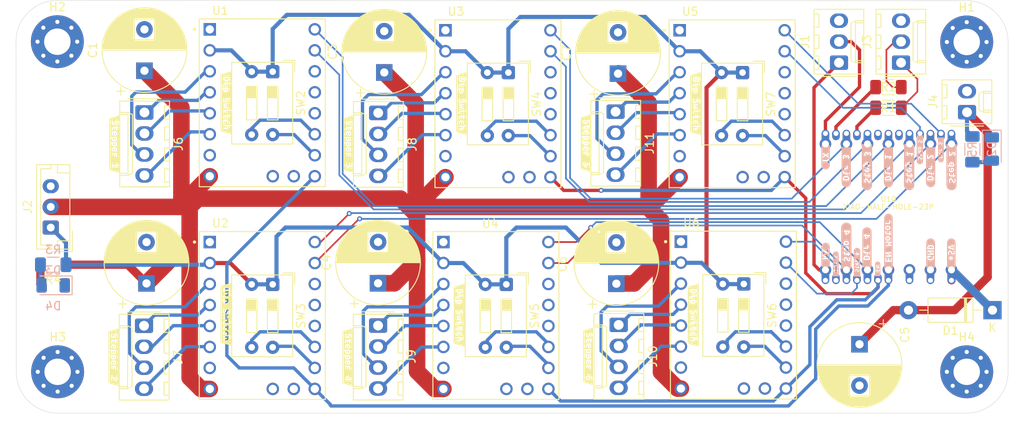
<source format=kicad_pcb>
(kicad_pcb (version 20241229) (generator "pcbnew") (generator_version "9.0")
  (layers (0 "F.Cu" signal) (2 "B.Cu" signal) (13 "F.Paste" user) (15 "B.Paste" user) (5 "F.SilkS" user "F.Silkscreen") (7 "B.SilkS" user "B.Silkscreen") (1 "F.Mask" user) (3 "B.Mask" user) (25 "Edge.Cuts" user))
  (net 0 "")
  (net 1 "+24V")
  (net 2 "GND")
  (net 3 "+5V")
  (net 4 "Net-(D1-K)")
  (net 5 "Net-(D3-A)")
  (net 6 "Net-(D4-A)")
  (net 7 "TX")
  (net 8 "RX")
  (net 9 "RX B")
  (net 10 "TX B")
  (net 11 "Net-(J6-Pin_2)")
  (net 12 "Net-(J6-Pin_4)")
  (net 13 "Net-(J6-Pin_3)")
  (net 14 "Net-(J6-Pin_1)")
  (net 15 "Net-(J7-Pin_2)")
  (net 16 "Net-(J7-Pin_4)")
  (net 17 "Net-(J7-Pin_3)")
  (net 18 "Net-(J7-Pin_1)")
  (net 19 "Net-(J8-Pin_3)")
  (net 20 "Net-(J8-Pin_2)")
  (net 21 "Net-(J8-Pin_4)")
  (net 22 "Net-(J8-Pin_1)")
  (net 23 "Net-(J9-Pin_1)")
  (net 24 "Net-(J9-Pin_4)")
  (net 25 "Net-(J9-Pin_2)")
  (net 26 "Net-(J9-Pin_3)")
  (net 27 "Net-(J10-Pin_1)")
  (net 28 "Net-(J10-Pin_3)")
  (net 29 "Net-(J10-Pin_2)")
  (net 30 "Net-(J10-Pin_4)")
  (net 31 "Net-(J11-Pin_1)")
  (net 32 "Net-(J11-Pin_2)")
  (net 33 "Net-(J11-Pin_4)")
  (net 34 "Net-(J11-Pin_3)")
  (net 35 "+3.3V")
  (net 36 "Net-(U2-MS2)")
  (net 37 "Net-(U2-MS1)")
  (net 38 "Net-(U3-MS1)")
  (net 39 "Net-(U3-MS2)")
  (net 40 "Net-(U4-MS1)")
  (net 41 "Net-(U4-MS2)")
  (net 42 "Net-(U5-MS2)")
  (net 43 "Net-(U5-MS1)")
  (net 45 "STEP 1")
  (net 46 "DIR 1")
  (net 49 "EN")
  (net 54 "STEP 3")
  (net 58 "DIR 3")
  (net 60 "DIR 2")
  (net 61 "STEP 2")
  (net 69 "DIR 4")
  (net 72 "STEP 4")
  (net 73 "DIR 6")
  (net 74 "STEP 6")
  (net 75 "STEP 5")
  (net 76 "DIR 5")
  (net 77 "Net-(U1-MS2)")
  (net 78 "Net-(U1-MS1)")
  (net 79 "Net-(U6-MS1)")
  (net 80 "Net-(U6-MS2)")
  (net 84 "EN M")
  (net 92 "Net-(U10-GPIO42_PDM_CLK{slash}TX1)")
  (net 94 "Net-(U10-GPIO10_XMCLK{slash}ADC_BAT)")
  (net 96 "Net-(D2-A)")
  (footprint "Capacitor_THT:CP_Radial_D10.0mm_P5.00mm" (layer "F.Cu") (at 97.8 133.867678 90)
    (property "Reference" "C7")
    (property "Value" "100µF")
  )
  (footprint "Resistor_SMD:R_1206_3216Metric_Pad1.30x1.75mm_HandSolder" (layer "F.Cu") (at 29.5 157 180)
    (property "Reference" "R4")
    (property "Value" "1k")
  )
  (footprint "Button_Switch_THT:SW_DIP_SPSTx02_Slide_9.78x7.26mm_W7.62mm_P2.54mm" (layer "F.Cu") (at 84.54 133.74 -90)
    (property "Reference" "SW4")
    (property "Value" "SW_DIP_x02")
  )
  (footprint "MountingHole:MountingHole_3.2mm_M3_Pad_Via" (layer "F.Cu") (at 30 130)
    (property "Reference" "H2")
    (property "Value" "MountingHole_Pad")
  )
  (footprint "Capacitor_THT:CP_Radial_D10.0mm_P5.00mm" (layer "F.Cu") (at 69.5325 133.725177 90)
    (property "Reference" "C3")
    (property "Value" "100µF")
  )
  (footprint "TMC2209_SILENTSTEPSTICK:MODULE_TMC2209_SILENTSTEPSTICK" (layer "F.Cu") (at 54.7825 163.1475)
    (property "Reference" "U2")
    (property "Value" "TMC2209_SILENTSTEPSTICK")
  )
  (footprint "kibuzzard-68F7E4A0" (layer "F.Cu") (at 94.22 168.09 -90)
    (property "Reference" "kibuzzard-68F7E4A0" (hide yes))
    (property "Value" "G***" (hide yes))
  )
  (footprint "TMC2209_SILENTSTEPSTICK:MODULE_TMC2209_SILENTSTEPSTICK" (layer "F.Cu") (at 83.0325 163.1475)
    (property "Reference" "U4")
    (property "Value" "TMC2209_SILENTSTEPSTICK")
  )
  (footprint "kibuzzard-68F7E48E" (layer "F.Cu") (at 65.2 142.4 -90)
    (property "Reference" "kibuzzard-68F7E48E" (hide yes))
    (property "Value" "G***" (hide yes))
  )
  (footprint "kibuzzard-67EE6BB1" (layer "F.Cu") (at 50.4 137.4 -90)
    (property "Reference" "kibuzzard-67EE6BB1" (hide yes))
    (property "Value" "G***" (hide yes))
  )
  (footprint "Seeed Studio XIAO ESP32S3 Plus KiCAD Library 2:MOUDLE23P-SMD-2.54-21X17.8MM.kicad_mod.kicad_sym" (layer "F.Cu") (at 130.5 150)
    (property "Reference" "U10")
    (property "Value" "XIAO-HALF-HOLE-23P")
  )
  (footprint "Connector_Molex:Molex_KK-254_AE-6410-04A_1x04_P2.54mm_Vertical" (layer "F.Cu") (at 68.8 138.620001 -90)
    (property "Reference" "J8")
    (property "Value" "STEPPER 1")
  )
  (footprint "MountingHole:MountingHole_3.2mm_M3_Pad_Via" (layer "F.Cu") (at 139.964466 169.964466)
    (property "Reference" "H4")
    (property "Value" "MountingHole_Pad")
  )
  (footprint "MountingHole:MountingHole_3.2mm_M3_Pad_Via" (layer "F.Cu") (at 30.035534 169.964466)
    (property "Reference" "H3")
    (property "Value" "MountingHole_Pad")
  )
  (footprint "Connector_JST:JST_EH_B3B-EH-A_1x03_P2.50mm_Vertical" (layer "F.Cu") (at 29.2 152.5 90)
    (property "Reference" "J2")
    (property "Value" "Conn_01x03")
  )
  (footprint "Connector_Molex:Molex_KK-254_AE-6410-04A_1x04_P2.54mm_Vertical" (layer "F.Cu") (at 97.5 138.48 -90)
    (property "Reference" "J11")
    (property "Value" "STEPPER 3")
  )
  (footprint "Button_Switch_THT:SW_DIP_SPSTx02_Slide_9.78x7.26mm_W7.62mm_P2.54mm" (layer "F.Cu") (at 112.8575 133.74 -90)
    (property "Reference" "SW7")
    (property "Value" "SW_DIP_x02")
  )
  (footprint "Connector_Molex:Molex_KK-254_AE-6410-04A_1x04_P2.54mm_Vertical" (layer "F.Cu") (at 40.48 164.39 -90)
    (property "Reference" "J7")
    (property "Value" "STEPPER D")
  )
  (footprint "Connector_Molex:Molex_KK-254_AE-6410-04A_1x04_P2.54mm_Vertical" (layer "F.Cu") (at 68.7825 164.37 -90)
    (property "Reference" "J9")
    (property "Value" "STEPPER 2")
  )
  (footprint "Connector_Molex:Molex_KK-254_AE-6410-03A_1x03_P2.54mm_Vertical" (layer "F.Cu") (at 124.52 132.54 90)
    (property "Reference" "J1")
    (property "Value" "UART CP")
  )
  (footprint "Button_Switch_THT:SW_DIP_SPSTx02_Slide_9.78x7.26mm_W7.62mm_P2.54mm" (layer "F.Cu") (at 56.04 133.63 -90)
    (property "Reference" "SW2")
    (property "Value" "SW_DIP_x02")
  )
  (footprint "TMC2209_SILENTSTEPSTICK:MODULE_TMC2209_SILENTSTEPSTICK" (layer "F.Cu") (at 111.6 137.5075)
    (property "Reference" "U5")
    (property "Value" "TMC2209_SILENTSTEPSTICK")
  )
  (footprint "Connector_Molex:Molex_KK-254_AE-6410-04A_1x04_P2.54mm_Vertical" (layer "F.Cu") (at 40.5325 138.567501 -90)
    (property "Reference" "J6")
    (property "Value" "STEPPER G")
  )
  (footprint "kibuzzard-67EE6BB1" (layer "F.Cu") (at 78.6 163.1 -90)
    (property "Reference" "kibuzzard-67EE6BB1" (hide yes))
    (property "Value" "G***" (hide yes))
  )
  (footprint "TMC2209_SILENTSTEPSTICK:MODULE_TMC2209_SILENTSTEPSTICK" (layer "F.Cu") (at 111.7525 163.1)
    (property "Reference" "U6")
    (property "Value" "TMC2209_SILENTSTEPSTICK")
  )
  (footprint "kibuzzard-68F7E494" (layer "F.Cu") (at 65.1 168.2 -90)
    (property "Reference" "kibuzzard-68F7E494" (hide yes))
    (property "Value" "G***" (hide yes))
  )
  (footprint "Capacitor_THT:CP_Radial_D10.0mm_P5.00mm" (layer "F.Cu") (at 40.7825 159.265178 90)
    (property "Reference" "C2" (hide yes))
    (property "Value" "100µF")
  )
  (footprint "Capacitor_THT:CP_Radial_D10.0mm_P5.00mm" (layer "F.Cu") (at 68.7825 159.247678 90)
    (property "Reference" "C4")
    (property "Value" "100µF")
  )
  (footprint "kibuzzard-68F7E49A" (layer "F.Cu") (at 93.92 142.29 -90)
    (property "Reference" "kibuzzard-68F7E49A" (hide yes))
    (property "Value" "G***" (hide yes))
  )
  (footprint "Capacitor_THT:CP_Radial_D10.0mm_P5.00mm" (layer "F.Cu") (at 97.6 159.3 90)
    (property "Reference" "C6")
    (property "Value" "100µF")
  )
  (footprint "kibuzzard-67EE6BB1" (layer "F.Cu") (at 107.2 137.5 -90)
    (property "Reference" "kibuzzard-67EE6BB1" (hide yes))
    (property "Value" "G***" (hide yes))
  )
  (footprint "Diode_THT:D_DO-41_SOD81_P10.16mm_Horizontal" (layer "F.Cu") (at 143.08 162.5 180)
    (property "Reference" "D1")
    (property "Value" "D_Shottky")
  )
  (footprint "Button_Switch_THT:SW_DIP_SPSTx02_Slide_9.78x7.26mm_W7.62mm_P2.54mm" (layer "F.Cu") (at 56.04 159.38 -90)
    (property "Reference" "SW3")
    (property "Value" "SW_DIP_x02")
  )
  (footprint "kibuzzard-67EE6BB1" (layer "F.Cu") (at 78.9 137.5 -90)
    (property "Reference" "kibuzzard-67EE6BB1" (hide yes))
    (property "Value" "G***" (hide yes))
  )
  (footprint "kibuzzard-68F7E1A4" (layer "F.Cu") (at 36.9 142.4 -90)
    (property "Reference" "kibuzzard-68F7E1A4" (hide yes))
    (property "Value" "G***" (hide yes))
  )
  (footprint "Button_Switch_THT:SW_DIP_SPSTx02_Slide_9.78x7.26mm_W7.62mm_P2.54mm" (layer "F.Cu") (at 113.01 159.3325 -90)
    (property "Reference" "SW6")
    (property "Value" "SW_DIP_x02")
  )
  (footprint "Connector_Molex:Molex_KK-254_AE-6410-04A_1x04_P2.54mm_Vertical" (layer "F.Cu") (at 97.88 164.29 -90)
    (property "Reference" "J10")
    (property "Value" "STEPPER 4")
  )
  (footprint "Capacitor_THT:CP_Radial_D10.0mm_P5.00mm" (layer "F.Cu") (at 40.5325 133.515178 90)
    (property "Reference" "C1")
    (property "Value" "100µF")
  )
  (footprint "TMC2209_SILENTSTEPSTICK:MODULE_TMC2209_SILENTSTEPSTICK" (layer "F.Cu") (at 83.2825 137.5075)
    (property "Reference" "U3")
    (property "Value" "TMC2209_SILENTSTEPSTICK")
  )
  (footprint "kibuzzard-67EE6BB1" (layer "F.Cu") (at 106.9 163.1 -90)
    (property "Reference" "kibuzzard-67EE6BB1" (hide yes))
    (property "Value" "G***" (hide yes))
  )
  (footprint "TMC2209_SILENTSTEPSTICK:MODULE_TMC2209_SILENTSTEPSTICK" (layer "F.Cu") (at 54.7825 137.3975)
    (property "Reference" "U1")
    (property "Value" "TMC2209_SILENTSTEPSTICK")
  )
  (footprint "Connector_Molex:Molex_KK-254_AE-6410-03A_1x03_P2.54mm_Vertical" (layer "F.Cu") (at 132.02 132.54 90)
    (property "Reference" "J3")
    (property "Value" "UART BONUS")
  )
  (footprint "Button_Switch_THT:SW_DIP_SPSTx02_Slide_9.78x7.26mm_W7.62mm_P2.54mm" (layer "F.Cu") (at 84.29 159.38 -90)
    (property "Reference" "SW5")
    (property "Value" "SW_DIP_x02")
  )
  (footprint "kibuzzard-68F7E205" (layer "F.Cu") (at 36.8 168.2 -90)
    (property "Reference" "kibuzzard-68F7E205" (hide yes))
    (property "Value" "G***" (hide yes))
  )
  (footprint "LED_SMD:LED_1206_3216Metric" (layer "F.Cu") (at 29.5 159.5 180)
    (property "Reference" "D4")
    (property "Value" "LED_Small")
  )
  (footprint "Resistor_SMD:R_1206_3216Metric_Pad1.30x1.75mm_HandSolder" (layer "F.Cu") (at 130.5 135.5)
    (property "Reference" "R2")
    (property "Value" "1k")
  )
  (footprint "Capacitor_THT:CP_Radial_D10.0mm_P5.00mm" (layer "F.Cu") (at 127 166.632323 -90)
    (property "Reference" "C5")
    (property "Value" "100µF")
  )
  (footprint "MountingHole:MountingHole_3.2mm_M3_Pad_Via" (layer "F.Cu") (at 139.964466 130.035534)
    (property "Reference" "H1")
    (property "Value" "MountingHole_Pad")
  )
  (footprint "Connector_Molex:Molex_KK-254_AE-6410-02A_1x02_P2.54mm_Vertical" (layer "F.Cu") (at 140 138.54 90)
    (property "Reference" "J4")
    (property "Value" "Conn_01x02")
  )
  (footprint "kibuzzard-67EE6BB1" (layer "F.Cu") (at 50.4 163 -90)
    (property "Reference" "kibuzzard-67EE6BB1" (hide yes))
    (property "Value" "G***" (hide yes))
  )
  (footprint "Resistor_SMD:R_1206_3216Metric_Pad1.30x1.75mm_HandSolder" (layer "F.Cu") (at 130.5 138)
    (property "Reference" "R1")
    (property "Value" "1k")
  )
  (footprint "kibuzzard-68F7E5E6" (layer "B.Cu") (at 125.4 145.2 90)
    (property "Reference" "kibuzzard-68F7E5E6" (hide yes))
    (property "Value" "G***" (hide yes))
  )
  (footprint "LED_SMD:LED_1206_3216Metric" (layer "B.Cu") (at 29.5 159.5 180)
    (property "Reference" "D3")
    (property "Value" "LED_Small")
  )
  (footprint "Resistor_SMD:R_1206_3216Metric_Pad1.30x1.75mm_HandSolder" (layer "B.Cu") (at 29.5 157 180)
    (property "Reference" "R3")
    (property "Value" "1k")
  )
  (footprint "kibuzzard-68F7E5B2" (layer "B.Cu") (at 135.6 145.1908 90)
    (property "Reference" "kibuzzard-68F7E5B2" (hide yes))
    (property "Value" "G***" (hide yes))
  )
  (footprint "kibuzzard-68F7E5C7" (layer "B.Cu") (at 133 145.2 90)
    (property "Reference" "kibuzzard-68F7E5C7" (hide yes))
    (property "Value" "G***" (hide yes))
  )
  (footprint "kibuzzard-68F7E70E" (layer "B.Cu") (at 130.5 154.2 90)
    (property "Reference" "kibuzzard-68F7E70E" (hide yes))
    (property "Value" "G***" (hide yes))
  )
  (footprint "kibuzzard-68F7E5D0" (layer "B.Cu") (at 130.5 145.2 90)
    (property "Reference" "kibuzzard-68F7E5D0" (hide yes))
    (property "Value" "G***" (hide yes))
  )
  (footprint "kibuzzard-68F7E766" (layer "B.Cu") (at 125.4 154.7 90)
    (property "Reference" "kibuzzard-68F7E766" (hide yes))
    (property "Value" "G***" (hide yes))
  )
  (footprint "Resistor_SMD:R_1206_3216Metric_Pad1.30x1.75mm_HandSolder" (layer "B.Cu") (at 140.65 143.03 -90)
    (property "Reference" "R5")
    (property "Value" "1k")
  )
  (footprint "kibuzzard-68F7E6FB" (layer "B.Cu") (at 135.6 155.6 90)
    (property "Reference" "kibuzzard-68F7E6FB" (hide yes))
    (property "Value" "G***" (hide yes))
  )
  (footprint "kibuzzard-67ED8648" (layer "B.Cu") (at 138.1 155.6 90)
    (property "Reference" "kibuzzard-67ED8648" (hide yes))
    (property "Value" "G***" (hide yes))
  )
  (footprint "kibuzzard-68F7E5EE" (layer "B.Cu") (at 122.9 144 90)
    (property "Reference" "kibuzzard-68F7E5EE" (hide yes))
    (property "Value" "G***" (hide yes))
  )
  (footprint "kibuzzard-68F7E774" (layer "B.Cu") (at 122.9 155.8 90)
    (property "Reference" "kibuzzard-68F7E774" (hide yes))
    (property "Value" "G***" (hide yes))
  )
  (footprint "kibuzzard-68F7E57E" (layer "B.Cu") (at 136.845424 143.1 90)
    (property "Reference" "kibuzzard-68F7E57E" (hide yes))
    (property "Value" "G***" (hide yes))
  )
  (footprint "LED_SMD:LED_1206_3216Metric" (layer "B.Cu") (at 143 143 -90)
    (property "Reference" "D2")
    (property "Value" "LED_Small")
  )
  (footprint "kibuzzard-68F7E6E6" (layer "B.Cu") (at 134.3 143.1 90)
    (property "Reference" "kibuzzard-68F7E6E6" (hide yes))
    (property "Value" "G***" (hide yes))
  )
  (footprint "kibuzzard-68F7E5C0" (layer "B.Cu") (at 138.1254 145.1908 90)
    (property "Reference" "kibuzzard-68F7E5C0" (hide yes))
    (property "Value" "G***" (hide yes))
  )
  (footprint "kibuzzard-68F7E74E" (layer "B.Cu") (at 127.9 154.9 90)
    (property "Reference" "kibuzzard-68F7E74E" (hide yes))
    (property "Value" "G***" (hide yes))
  )
  (footprint "kibuzzard-68F7E71B" (layer "B.Cu") (at 129.2 157.5 90)
    (property "Reference" "kibuzzard-68F7E71B" (hide yes))
    (property "Value" "G***" (hide yes))
  )
  (footprint "kibuzzard-68F7E782" (layer "B.Cu") (at 124.135324 156.89782 90)
    (property "Reference" "kibuzzard-68F7E782" (hide yes))
    (property "Value" "G***" (hide yes))
  )
  (footprint "kibuzzard-68F7E793" (layer "B.Cu") (at 126.7 156.7 90)
    (property "Reference" "kibuzzard-68F7E793" (hide yes))
    (property "Value" "G***" (hide yes))
  )
  (footprint "kibuzzard-68F7E5E0" (layer "B.Cu") (at 127.9 145.2 90)
    (property "Reference" "kibuzzard-68F7E5E0" (hide yes))
    (property "Value" "G***" (hide yes))
  )
  (gr_arc (start 139.964466 125.035534) (mid 143.5 126.5) (end 144.964466 130.035534) (stroke (width 0.05)) (layer "Edge.Cuts"))
  (gr_arc (start 144.964466 169.964466) (mid 143.5 173.5) (end 139.964466 174.964466) (stroke (width 0.05)) (layer "Edge.Cuts"))
  (gr_line (start 30.03553 174.964466) (end 139.9645 174.964466) (stroke (width 0.05)) (layer "Edge.Cuts"))
  (gr_arc (start 25 130) (mid 26.464466 126.464466) (end 30 125) (stroke (width 0.05)) (layer "Edge.Cuts"))
  (gr_line (start 25 130) (end 25.035534 169.964466) (stroke (width 0.05)) (layer "Edge.Cuts"))
  (gr_arc (start 30.035534 174.964466) (mid 26.5 173.5) (end 25.035534 169.964466) (stroke (width 0.05)) (layer "Edge.Cuts"))
  (gr_line (start 139.964466 125.035535) (end 30 125) (stroke (width 0.05)) (layer "Edge.Cuts"))
  (gr_line (start 144.964466 169.9645) (end 144.964465 130.035534) (stroke (width 0.05)) (layer "Edge.Cuts"))
  (segment (start 73.5 151) (end 73.33 150.83) (width 2) (layer "F.Cu") (net 1))
  (segment (start 73.33 150.83) (end 73.33 150) (width 2) (layer "F.Cu") (net 1))
  (segment (start 105.4025 171.99) (end 104.99 171.99) (width 2) (layer "F.Cu") (net 1))
  (segment (start 101.6475 150) (end 105.25 146.3975) (width 2) (layer "F.Cu") (net 1))
  (segment (start 76.6825 172.0375) (end 75.616183 172.0375) (width 2) (layer "F.Cu") (net 1))
  (segment (start 104.99 171.99) (end 103 170) (width 2) (layer "F.Cu") (net 1))
  (segment (start 31.05 157) (end 38.517322 157) (width 1) (layer "F.Cu") (net 1))
  (segment (start 103 170) (end 103 154.5) (width 2) (layer "F.Cu") (net 1))
  (segment (start 40.5325 133.515178) (end 45 137.982678) (width 2) (layer "F.Cu") (net 1))
  (segment (start 68.7825 159.247678) (end 70.752322 159.247678) (width 2) (layer "F.Cu") (net 1))
  (segment (start 47 149) (end 46 150) (width 2) (layer "F.Cu") (net 1))
  (segment (start 46 154.047678) (end 46 150) (width 2) (layer "F.Cu") (net 1))
  (segment (start 101.5 150.1475) (end 101.6475 150) (width 2) (layer "F.Cu") (net 1))
  (segment (start 73.5 151) (end 71.5 149) (width 2) (layer "F.Cu") (net 1))
  (segment (start 97.6 159.3) (end 97.63 159.27) (width 2) (layer "F.Cu") (net 1))
  (segment (start 97.8 133.867678) (end 97.967678 133.867678) (width 2) (layer "F.Cu") (net 1))
  (segment (start 76.9325 146.3975) (end 73.33 150) (width 2) (layer "F.Cu") (net 1))
  (segment (start 73.33 137.522677) (end 73.33 150) (width 2) (layer "F.Cu") (net 1))
  (segment (start 70.752322 159.247678) (end 73.5 156.5) (width 2) (layer "F.Cu") (net 1))
  (segment (start 45 149) (end 46 150) (width 2) (layer "F.Cu") (net 1))
  (segment (start 38.517322 157) (end 40.7825 159.265178) (width 1) (layer "F.Cu") (net 1))
  (segment (start 72.5 150) (end 101.6475 150) (width 2) (layer "F.Cu") (net 1))
  (segment (start 101.5 137.4) (end 101.5 150.1475) (width 2) (layer "F.Cu") (net 1))
  (segment (start 73.5 156.5) (end 73.5 151) (width 2) (layer "F.Cu") (net 1))
  (segment (start 69.5325 133.725177) (end 73.33 137.522677) (width 2) (layer "F.Cu") (net 1))
  (segment (start 97.63 159.27) (end 99.73 159.27) (width 2) (layer "F.Cu") (net 1))
  (segment (start 44.72 150) (end 29.2 150) (width 2) (layer "F.Cu") (net 1))
  (segment (start 45 137.982678) (end 45 149) (width 2) (layer "F.Cu") (net 1))
  (segment (start 98 133.842855) (end 97.824823 133.842855) (width 2) (layer "F.Cu") (net 1))
  (segment (start 46 170.671317) (end 46 154.047678) (width 2) (layer "F.Cu") (net 1))
  (segment (start 97.824823 133.842855) (end 97.8 133.867678) (width 2) (layer "F.Cu") (net 1))
  (segment (start 73.5 169.921317) (end 73.5 156.5) (width 2) (layer "F.Cu") (net 1))
  (segment (start 47.366183 172.0375) (end 46 170.671317) (width 2) (layer "F.Cu") (net 1))
  (segment (start 40.7825 159.265178) (end 46 154.047678) (width 2) (layer "F.Cu") (net 1))
  (segment (start 103 156) (end 103 151.6475) (width 2) (layer "F.Cu") (net 1))
  (segment (start 48.4325 172.0375) (end 47.366183 172.0375) (width 2) (layer "F.Cu") (net 1))
  (segment (start 48.4325 146.2875) (end 44.72 150) (width 2) (layer "F.Cu") (net 1))
  (segment (start 44.72 150) (end 46 150) (width 2) (layer "F.Cu") (net 1))
  (segment (start 73.33 150) (end 72.5 150) (width 2) (layer "F.Cu") (net 1))
  (segment (start 97.967678 133.867678) (end 101.5 137.4) (width 2) (layer "F.Cu") (net 1))
  (segment (start 99.73 159.27) (end 103 156) (width 2) (layer "F.Cu") (net 1))
  (segment (start 71.5 149) (end 47 149) (width 2) (layer "F.Cu") (net 1))
  (segment (start 103 151.6475) (end 101.5 150.1475) (width 2) (layer "F.Cu") (net 1))
  (segment (start 75.616183 172.0375) (end 73.5 169.921317) (width 2) (layer "F.Cu") (net 1))
  (segment (start 135.58 158.89) (end 135.58 157.62) (width 0.4) (layer "F.Cu") (net 2))
  (segment (start 140.04 138.54) (end 140 138.54) (width 1) (layer "F.Cu") (net 3))
  (segment (start 127 166.6) (end 131.1 162.5) (width 1) (layer "F.Cu") (net 3))
  (segment (start 138.5 162.5) (end 142.5 158.5) (width 1) (layer "F.Cu") (net 3))
  (segment (start 142.5 141) (end 140.04 138.54) (width 1) (layer "F.Cu") (net 3))
  (segment (start 127 166.632323) (end 127 166.6) (width 1) (layer "F.Cu") (net 3))
  (segment (start 132.92 162.5) (end 138.5 162.5) (width 1) (layer "F.Cu") (net 3))
  (segment (start 142.5 158.5) (end 142.5 141) (width 1) (layer "F.Cu") (net 3))
  (segment (start 131.1 162.5) (end 132.92 162.5) (width 1) (layer "F.Cu") (net 3))
  (segment (start 140 140.83) (end 140.65 141.48) (width 0.5) (layer "B.Cu") (net 3))
  (segment (start 140 138.54) (end 140 140.83) (width 0.5) (layer "B.Cu") (net 3))
  (segment (start 138.12 157.62) (end 138.12 158.89) (width 1) (layer "F.Cu") (net 4))
  (segment (start 143.08 162.5) (end 143 162.5) (width 1) (layer "F.Cu") (net 4))
  (segment (start 138.2 157.62) (end 143.08 162.5) (width 1) (layer "B.Cu") (net 4))
  (segment (start 138.12 157.62) (end 138.2 157.62) (width 1) (layer "B.Cu") (net 4))
  (segment (start 27.95 159.35) (end 28.1 159.5) (width 0.5) (layer "B.Cu") (net 5))
  (segment (start 27.95 157) (end 27.95 159.35) (width 0.5) (layer "B.Cu") (net 5))
  (segment (start 27.95 157) (end 27.95 159.35) (width 1) (layer "F.Cu") (net 6))
  (segment (start 27.95 159.35) (end 28.1 159.5) (width 1) (layer "F.Cu") (net 6))
  (segment (start 126 130) (end 124.52 130) (width 0.4) (layer "F.Cu") (net 7))
  (segment (start 127 135.5) (end 127 131) (width 0.4) (layer "F.Cu") (net 7))
  (segment (start 122.88 139.62) (end 127 135.5) (width 0.4) (layer "F.Cu") (net 7))
  (segment (start 127 131) (end 126 130) (width 0.4) (layer "F.Cu") (net 7))
  (segment (start 122.88 142.38) (end 122.88 141.11) (width 0.4) (layer "F.Cu") (net 7))
  (segment (start 122.88 141.11) (end 122.88 139.62) (width 0.4) (layer "F.Cu") (net 7))
  (segment (start 122.88 157.62) (end 122.88 158.89) (width 0.4) (layer "F.Cu") (net 8))
  (segment (start 122.88 157.62) (end 122.12 157.62) (width 0.4) (layer "F.Cu") (net 8))
  (segment (start 121.5 135.56) (end 124.52 132.54) (width 0.4) (layer "F.Cu") (net 8))
  (segment (start 122.12 157.62) (end 121.5 157) (width 0.4) (layer "F.Cu") (net 8))
  (segment (start 121.5 157) (end 121.5 135.56) (width 0.4) (layer "F.Cu") (net 8))
  (segment (start 132.05 138) (end 134 136.05) (width 0.2) (layer "F.Cu") (net 9))
  (segment (start 134 134.52) (end 132.02 132.54) (width 0.2) (layer "F.Cu") (net 9))
  (segment (start 134 136.05) (end 134 134.52) (width 0.2) (layer "F.Cu") (net 9))
  (segment (start 132.05 135.5) (end 131 135.5) (width 0.2) (layer "F.Cu") (net 10))
  (segment (start 130.25 134.75) (end 130.25 131) (width 0.2) (layer "F.Cu") (net 10))
  (segment (start 131.25 130) (end 132.02 130) (width 0.2) (layer "F.Cu") (net 10))
  (segment (start 131 135.5) (end 130.25 134.75) (width 0.2) (layer "F.Cu") (net 10))
  (segment (start 130.25 131) (end 131.25 130) (width 0.2) (layer "F.Cu") (net 10))
  (segment (start 48.25 138.380002) (end 43.539999 138.380002) (width 0.4) (layer "B.Cu") (net 11))
  (segment (start 43.539999 138.380002) (end 40.98 140.940001) (width 0.4) (layer "B.Cu") (net 11))
  (segment (start 46.079999 140.920002) (end 40.98 146.020001) (width 0.4) (layer "B.Cu") (net 12))
  (segment (start 48.25 140.920002) (end 46.079999 140.920002) (width 0.4) (layer "B.Cu") (net 12))
  (segment (start 40.5325 143.6475) (end 40.1475 143.6475) (width 0.4) (layer "B.Cu") (net 13))
  (segment (start 39.5 136.102502) (end 45.4475 136.102502) (width 0.4) (layer "B.Cu") (net 13))
  (segment (start 45.4475 136.102502) (end 48.25 133.300002) (width 0.4) (layer "B.Cu") (net 13))
  (segment (start 40.1475 143.6475) (end 39 142.5) (width 0.4) (layer "B.Cu") (net 13))
  (segment (start 39 136.602502) (end 39.5 136.102502) (width 0.4) (layer "B.Cu") (net 13))
  (segment (start 39 142.5) (end 39 136.602502) (width 0.4) (layer "B.Cu") (net 13))
  (segment (start 42.277499 137.102502) (end 40.98 138.400001) (width 0.4) (layer "B.Cu") (net 14))
  (segment (start 48.25 135.852502) (end 47 137.102502) (width 0.4) (layer "B.Cu") (net 14))
  (segment (start 47 137.102502) (end 42.277499 137.102502) (width 0.4) (layer "B.Cu") (net 14))
  (segment (start 48.25 135.840002) (end 48.25 135.852502) (width 0.4) (layer "B.Cu") (net 14))
  (segment (start 44.019998 164.380002) (end 41.47 166.93) (width 0.4) (layer "B.Cu") (net 15))
  (segment (start 41.47 166.93) (end 40.48 166.93) (width 0.4) (layer "B.Cu") (net 15))
  (segment (start 48.25 164.380002) (end 44.019998 164.380002) (width 0.4) (layer "B.Cu") (net 15))
  (segment (start 45.569998 166.920002) (end 40.48 172.01) (width 0.4) (layer "B.Cu") (net 16))
  (segment (start 48.25 166.920002) (end 45.569998 166.920002) (width 0.4) (layer "B.Cu") (net 16))
  (segment (start 39.5 162.102502) (end 45.4475 162.102502) (width 0.4) (layer "B.Cu") (net 17))
  (segment (start 40.490001 169.48) (end 38.7 167.689999) (width 0.4) (layer "B.Cu") (net 17))
  (segment (start 45.4475 162.102502) (end 48.25 159.300002) (width 0.4) (layer "B.Cu") (net 17))
  (segment (start 38.7 167.689999) (end 38.7 162.902502) (width 0.4) (layer "B.Cu") (net 17))
  (segment (start 38.7 162.902502) (end 39.5 162.102502) (width 0.4) (layer "B.Cu") (net 17))
  (segment (start 48.25 161.840002) (end 48.25 161.852502) (width 0.4) (layer "B.Cu") (net 18))
  (segment (start 41.767498 163.102502) (end 40.48 164.39) (width 0.4) (layer "B.Cu") (net 18))
  (segment (start 48.25 161.852502) (end 47 163.102502) (width 0.4) (layer "B.Cu") (net 18))
  (segment (start 47 163.102502) (end 41.767498 163.102502) (width 0.4) (layer "B.Cu") (net 18))
  (segment (start 76.795001 133.634998) (end 76.815001 133.634998) (width 0.4) (layer "B.Cu") (net 19))
  (segment (start 74.029999 136.4) (end 76.795001 133.634998) (width 0.4) (layer "B.Cu") (net 19))
  (segment (start 67.632501 136.4) (end 74.029999 136.4) (width 0.4) (layer "B.Cu") (net 19))
  (segment (start 66.9 137.132501) (end 67.632501 136.4) (width 0.4) (layer "B.Cu") (net 19))
  (segment (start 66.9 141.8) (end 66.9 137.132501) (width 0.4) (layer "B.Cu") (net 19))
  (segment (start 68.8 143.7) (end 66.9 141.8) (width 0.4) (layer "B.Cu") (net 19))
  (segment (start 71.6725 138.6775) (end 69.112501 141.237499) (width 0.4) (layer "B.Cu") (net 20))
  (segment (start 76.777503 138.6775) (end 71.6725 138.6775) (width 0.4) (layer "B.Cu") (net 20))
  (segment (start 76.815001 138.714998) (end 76.777503 138.6775) (width 0.4) (layer "B.Cu") (net 20))
  (segment (start 76.815001 141.254998) (end 74.175002 141.254998) (width 0.4) (layer "B.Cu") (net 21))
  (segment (start 74.175002 141.254998) (end 69.112501 146.317499) (width 0.4) (layer "B.Cu") (net 21))
  (segment (start 70.41 137.4) (end 69.112501 138.697499) (width 0.4) (layer "B.Cu") (net 22))
  (segment (start 75.589999 137.4) (end 70.41 137.4) (width 0.4) (layer "B.Cu") (net 22))
  (segment (start 76.815001 136.174998) (end 75.589999 137.4) (width 0.4) (layer "B.Cu") (net 22))
  (segment (start 70.277499 163.102502) (end 70.274997 163.1) (width 0.4) (layer "B.Cu") (net 23))
  (segment (start 70.274997 163.1) (end 70.1 163.1) (width 0.4) (layer "B.Cu") (net 23))
  (segment (start 68.83 164.37) (end 68.7825 164.37) (width 0.4) (layer "B.Cu") (net 23))
  (segment (start 70.1 163.1) (end 68.83 164.37) (width 0.4) (layer "B.Cu") (net 23))
  (segment (start 76.6825 161.8775) (end 75.457498 163.102502) (width 0.4) (layer "B.Cu") (net 23))
  (segment (start 75.457498 163.102502) (end 70.277499 163.102502) (width 0.4) (layer "B.Cu") (net 23))
  (segment (start 69.010001 171.99) (end 68.7825 171.99) (width 0.4) (layer "B.Cu") (net 24))
  (segment (start 74.042501 166.9575) (end 69.010001 171.99) (width 0.4) (layer "B.Cu") (net 24))
  (segment (start 76.6825 166.9575) (end 74.042501 166.9575) (width 0.4) (layer "B.Cu") (net 24))
  (segment (start 69.49 166.91) (end 68.7825 166.91) (width 0.4) (layer "B.Cu") (net 25))
  (segment (start 76.6825 164.4175) (end 76.645002 164.380002) (width 0.4) (layer "B.Cu") (net 25))
  (segment (start 72.019998 164.380002) (end 69.49 166.91) (width 0.4) (layer "B.Cu") (net 25))
  (segment (start 76.645002 164.380002) (end 72.019998 164.380002) (width 0.4) (layer "B.Cu") (net 25))
  (segment (start 68.649999 169.449999) (end 67 167.8) (width 0.4) (layer "B.Cu") (net 26))
  (segment (start 76.6625 159.3375) (end 76.6825 159.3375) (width 0.4) (layer "B.Cu") (net 26))
  (segment (start 68.7825 169.449999) (end 68.649999 169.449999) (width 0.4) (layer "B.Cu") (net 26))
  (segment (start 67 167.8) (end 67 162.602502) (width 0.4) (layer "B.Cu") (net 26))
  (segment (start 67.5 162.102502) (end 73.897498 162.102502) (width 0.4) (layer "B.Cu") (net 26))
  (segment (start 67 162.602502) (end 67.5 162.102502) (width 0.4) (layer "B.Cu") (net 26))
  (segment (start 73.897498 162.102502) (end 76.6625 159.3375) (width 0.4) (layer "B.Cu") (net 26))
  (segment (start 104.446247 163.013751) (end 99.266248 163.013751) (width 0.4) (layer "B.Cu") (net 27))
  (segment (start 105.4025 162.057498) (end 104.446247 163.013751) (width 0.4) (layer "B.Cu") (net 27))
  (segment (start 105.4025 161.83) (end 105.4025 162.057498) (width 0.4) (layer "B.Cu") (net 27))
  (segment (start 99.266248 163.013751) (end 97.968749 164.31125) (width 0.4) (layer "B.Cu") (net 27))
  (segment (start 95.756248 162.746252) (end 96.488749 162.013751) (width 0.4) (layer "B.Cu") (net 28))
  (segment (start 97.656248 169.313751) (end 95.756248 167.413751) (width 0.4) (layer "B.Cu") (net 28))
  (segment (start 96.488749 162.013751) (end 102.678749 162.013751) (width 0.4) (layer "B.Cu") (net 28))
  (segment (start 95.756248 167.413751) (end 95.756248 162.746252) (width 0.4) (layer "B.Cu") (net 28))
  (segment (start 102.678749 162.013751) (end 105.443751 159.248749) (width 0.4) (layer "B.Cu") (net 28))
  (segment (start 105.4025 164.37) (end 105.323751 164.291251) (width 0.4) (layer "B.Cu") (net 29))
  (segment (start 100.528748 164.291251) (end 97.968749 166.85125) (width 0.4) (layer "B.Cu") (net 29))
  (segment (start 105.323751 164.291251) (end 100.528748 164.291251) (width 0.4) (layer "B.Cu") (net 29))
  (segment (start 105.671249 164.328749) (end 105.629998 164.37) (width 0.4) (layer "B.Cu") (net 29))
  (segment (start 105.629998 164.37) (end 105.4025 164.37) (width 0.4) (layer "B.Cu") (net 29))
  (segment (start 105.4025 166.91) (end 105.361249 166.868749) (width 0.4) (layer "B.Cu") (net 30))
  (segment (start 105.361249 166.868749) (end 103.03125 166.868749) (width 0.4) (layer "B.Cu") (net 30))
  (segment (start 103.03125 166.868749) (end 97.968749 171.93125) (width 0.4) (layer "B.Cu") (net 30))
  (segment (start 103.946247 137.313751) (end 98.766248 137.313751) (width 0.4) (layer "B.Cu") (net 31))
  (segment (start 105.171249 136.088749) (end 103.946247 137.313751) (width 0.4) (layer "B.Cu") (net 31))
  (segment (start 98.766248 137.313751) (end 97.468749 138.61125) (width 0.4) (layer "B.Cu") (net 31))
  (segment (start 100.028748 138.591251) (end 97.468749 141.15125) (width 0.4) (layer "B.Cu") (net 32))
  (segment (start 105.133751 138.591251) (end 100.028748 138.591251) (width 0.4) (layer "B.Cu") (net 32))
  (segment (start 105.171249 138.628749) (end 105.133751 138.591251) (width 0.4) (layer "B.Cu") (net 32))
  (segment (start 102.53125 141.168749) (end 97.468749 146.23125) (width 0.4) (layer "B.Cu") (net 33))
  (segment (start 105.171249 141.168749) (end 102.53125 141.168749) (width 0.4) (layer "B.Cu") (net 33))
  (segment (start 95.988749 136.313751) (end 102.386247 136.313751) (width 0.4) (layer "B.Cu") (net 34))
  (segment (start 102.386247 136.313751) (end 105.151249 133.548749) (width 0.4) (layer "B.Cu") (net 34))
  (segment (start 97.156248 143.613751) (end 95.256248 141.713751) (width 0.4) (layer "B.Cu") (net 34))
  (segment (start 95.256248 137.046252) (end 95.988749 136.313751) (width 0.4) (layer "B.Cu") (net 34))
  (segment (start 95.256248 141.713751) (end 95.256248 137.046252) (width 0.4) (layer "B.Cu") (net 34))
  (segment (start 105.151249 133.548749) (end 105.171249 133.548749) (width 0.4) (layer "B.Cu") (net 34))
  (segment (start 108.5 135.5575) (end 110.3175 133.74) (width 0.5) (layer "F.Cu") (net 35))
  (segment (start 108.5 157.3625) (end 108.5 135.5575) (width 0.5) (layer "F.Cu") (net 35))
  (segment (start 110.49 159.3525) (end 108.5 157.3625) (width 0.5) (layer "F.Cu") (net 35))
  (segment (start 50.9175 156.7975) (end 53.5 159.38) (width 0.5) (layer "F.Cu") (net 35))
  (segment (start 48.4325 156.7975) (end 50.9175 156.7975) (width 0.5) (layer "F.Cu") (net 35))
  (segment (start 56.5 158.92) (end 56.04 159.38) (width 0.5) (layer "B.Cu") (net 35))
  (segment (start 31.05 157) (end 48.23 157) (width 0.5) (layer "B.Cu") (net 35))
  (segment (start 101.0925 127) (end 86 127) (width 0.5) (layer "B.Cu") (net 35))
  (segment (start 91.5 152.5) (end 85.5 152.5) (width 0.5) (layer "B.Cu") (net 35))
  (segment (start 84.54 133.74) (end 82 133.74) (width 0.5) (layer "B.Cu") (net 35))
  (segment (start 95.77 156.77) (end 91.5 152.5) (width 0.5) (layer "B.Cu") (net 35))
  (segment (start 48.23 157) (end 48.4325 156.7975) (width 0.5) (layer "B.Cu") (net 35))
  (segment (start 84.29 159.38) (end 81.75 159.38) (width 0.5) (layer "B.Cu") (net 35))
  (segment (start 84.54 128.46) (end 84.54 133.74) (width 0.5) (layer "B.Cu") (net 35))
  (segment (start 31.05 154.35) (end 31.05 157) (width 0.5) (layer "B.Cu") (net 35))
  (segment (start 76.6825 156.7975) (end 72.385 152.5) (width 0.5) (layer "B.Cu") (net 35))
  (segment (start 79.3575 131.1575) (end 76.9325 131.1575) (width 0.5) (layer "B.Cu") (net 35))
  (segment (start 57.75 126.75) (end 72.525 126.75) (width 0.5) (layer "B.Cu") (net 35))
  (segment (start 82 133.74) (end 81.94 133.74) (width 0.5) (layer "B.Cu") (net 35))
  (segment (start 105.25 131.1575) (end 101.0925 127) (width 0.5) (layer "B.Cu") (net 35))
  (segment (start 85.5 152.5) (end 84.29 153.71) (width 0.5) (layer "B.Cu") (net 35))
  (segment (start 113.01 159.3325) (end 112.99 159.3525) (width 0.5) (layer "B.Cu") (net 35))
  (segment (start 110.3175 133.7175) (end 107.7575 131.1575) (width 0.5) (layer "B.Cu") (net 35))
  (segment (start 56.04 133.63) (end 53.5 133.63) (width 0.5) (layer "B.Cu") (net 35))
  (segment (start 72.385 152.5) (end 57.58 152.5) (width 0.5) (layer "B.Cu") (net 35))
  (segment (start 72.525 126.75) (end 76.9325 131.1575) (width 0.5) (layer "B.Cu") (net 35))
  (segment (start 29.2 152.5) (end 31.05 154.35) (width 0.5) (layer "B.Cu") (net 35))
  (segment (start 53.5 133.63) (end 53.5 133.5) (width 1) (layer "B.Cu") (net 35))
  (segment (start 110.3175 133.74) (end 110.3175 133.7175) (width 0.5) (layer "B.Cu") (net 35))
  (segment (start 56.5 153.58) (end 56.5 158.92) (width 0.5) (layer "B.Cu") (net 35))
  (segment (start 53.5 133.5) (end 51.0475 131.0475) (width 0.5) (layer "B.Cu") (net 35))
  (segment (start 84.29 153.71) (end 84.29 159.38) (width 0.5) (layer "B.Cu") (net 35))
  (segment (start 81.94 133.74) (end 79.3575 131.1575) (width 0.5) (layer "B.Cu") (net 35))
  (segment (start 107.7575 131.1575) (end 105.25 131.1575) (width 0.5) (layer "B.Cu") (net 35))
  (segment (start 56.04 133.63) (end 56.04 128.46) (width 0.5) (layer "B.Cu") (net 35))
  (segment (start 81.68 159.38) (end 79.0975 156.7975) (width 0.5) (layer "B.Cu") (net 35))
  (segment (start 107.9075 156.77) (end 95.77 156.77) (width 0.5) (layer "B.Cu") (net 35))
  (segment (start 56.04 159.38) (end 53.5 159.38) (width 0.5) (layer "B.Cu") (net 35))
  (segment (start 57.58 152.5) (end 56.5 153.58) (width 0.5) (layer "B.Cu") (net 35))
  (segment (start 81.75 159.38) (end 81.68 159.38) (width 0.5) (layer "B.Cu") (net 35))
  (segment (start 110.49 159.3525) (end 107.9075 156.77) (width 0.5) (layer "B.Cu") (net 35))
  (segment (start 112.99 159.3525) (end 110.49 159.3525) (width 0.5) (layer "B.Cu") (net 35))
  (segment (start 56.04 128.46) (end 57.75 126.75) (width 0.5) (layer "B.Cu") (net 35))
  (segment (start 86 127) (end 84.54 128.46) (width 0.5) (layer "B.Cu") (net 35))
  (segment (start 112.8575 133.74) (end 110.3175 133.74) (width 0.5) (layer "B.Cu") (net 35))
  (segment (start 51.0475 131.0475) (end 48.4325 131.0475) (width 0.5) (layer "B.Cu") (net 35))
  (segment (start 79.0975 156.7975) (end 76.6825 156.7975) (width 0.5) (layer "B.Cu") (net 35))
  (segment (start 59.425 165.125) (end 61.1325 166.8325) (width 0.4) (layer "B.Cu") (net 36))
  (segment (start 54.5 165.125) (end 59.425 165.125) (width 0.4) (layer "B.Cu") (net 36))
  (segment (start 53.5 166.875) (end 53.5 166.125) (width 0.4) (layer "B.Cu") (net 36))
  (segment (start 53.5 166.125) (end 54.5 165.125) (width 0.4) (layer "B.Cu") (net 36))
  (segment (start 58.635 166.875) (end 61.1325 169.3725) (width 0.4) (layer "B.Cu") (net 37))
  (segment (start 56.04 166.875) (end 58.635 166.875) (width 0.4) (layer "B.Cu") (net 37))
  (segment (start 84.54 141.375) (end 87.135 141.375) (width 0.4) (layer "B.Cu") (net 38))
  (segment (start 87.135 141.375) (end 89.6325 143.8725) (width 0.4) (layer "B.Cu") (net 38))
  (segment (start 82 141.375) (end 82 140.625) (width 0.4) (layer "B.Cu") (net 39))
  (segment (start 83 139.625) (end 87.925 139.625) (width 0.4) (layer "B.Cu") (net 39))
  (segment (start 87.925 139.625) (end 89.6325 141.3325) (width 0.4) (layer "B.Cu") (net 39))
  (segment (start 82 140.625) (end 83 139.625) (width 0.4) (layer "B.Cu") (net 39))
  (segment (start 84.54 166.875) (end 87.135 166.875) (width 0.4) (layer "B.Cu") (net 40))
  (segment (start 87.135 166.875) (end 89.6325 169.3725) (width 0.4) (layer "B.Cu") (net 40))
  (segment (start 82 166.125) (end 83 165.125) (width 0.4) (layer "B.Cu") (net 41))
  (segment (start 83 165.125) (end 87.925 165.125) (width 0.4) (layer "B.Cu") (net 41))
  (segment (start 87.925 165.125) (end 89.6325 166.8325) (width 0.4) (layer "B.Cu") (net 41))
  (segment (start 82 166.875) (end 82 166.125) (width 0.4) (layer "B.Cu") (net 41))
  (segment (start 110.5 140.625) (end 111.5 139.625) (width 0.4) (layer "B.Cu") (net 42))
  (segment (start 116.425 139.625) (end 118.1325 141.3325) (width 0.4) (layer "B.Cu") (net 42))
  (segment (start 110.5 141.375) (end 110.5 140.625) (width 0.4) (layer "B.Cu") (net 42))
  (segment (start 111.5 139.625) (end 116.425 139.625) (width 0.4) (layer "B.Cu") (net 42))
  (segment (start 113.04 141.375) (end 115.635 141.375) (width 0.4) (layer "B.Cu") (net 43))
  (segment (start 115.635 141.375) (end 118.1325 143.8725) (width 0.4) (layer "B.Cu") (net 43))
  (segment (start 133.04 142.38) (end 133.04 141.11) (width 0.4) (layer "F.Cu") (net 45))
  (segment (start 133.04 142.38) (end 133.04 142.46) (width 0.2) (layer "B.Cu") (net 45))
  (segment (start 68.2359 150.303) (end 64.099 146.1661) (width 0.2) (layer "B.Cu") (net 45))
  (segment (start 133.04 142.46) (end 125.197 150.303) (width 0.2) (layer "B.Cu") (net 45))
  (segment (start 125.197 150.303) (end 68.2359 150.303) (width 0.2) (layer "B.Cu") (net 45))
  (segment (start 64.099 146.1661) (end 64.099 134.014) (width 0.2) (layer "B.Cu") (net 45))
  (segment (start 64.099 134.014) (end 61.1325 131.0475) (width 0.2) (layer "B.Cu") (net 45))
  (segment (start 130.5 142.38) (end 130.5 141.11) (width 0.4) (layer "F.Cu") (net 46))
  (segment (start 130.5 142.38) (end 122.978 149.902) (width 0.2) (layer "B.Cu") (net 46))
  (segment (start 64.5 131.875) (end 61.1325 128.5075) (width 0.2) (layer "B.Cu") (net 46))
  (segment (start 68.402 149.902) (end 64.5 146) (width 0.2) (layer "B.Cu") (net 46))
  (segment (start 64.5 146) (end 64.5 131.875) (width 0.2) (layer "B.Cu") (net 46))
  (segment (start 122.978 149.902) (end 68.402 149.902) (width 0.2) (layer "B.Cu") (net 46))
  (segment (start 91.235 148) (end 89.6325 146.3975) (width 0.4) (layer "F.Cu") (net 49))
  (segment (start 120.5 158) (end 120.5 148.9475) (width 0.4) (layer "F.Cu") (net 49))
  (segment (start 120.5 148.9475) (end 117.95 146.3975) (width 0.4) (layer "F.Cu") (net 49))
  (segment (start 128.5 160.5) (end 123 160.5) (width 0.4) (layer "F.Cu") (net 49))
  (segment (start 123 160.5) (end 120.5 158) (width 0.4) (layer "F.Cu") (net 49))
  (segment (start 95.75 148) (end 91.235 148) (width 0.4) (layer "F.Cu") (net 49))
  (segment (start 129.23 158.89) (end 129.23 159.77) (width 0.4) (layer "F.Cu") (net 49))
  (segment (start 129.23 159.77) (end 128.5 160.5) (width 0.4) (layer "F.Cu") (net 49))
  (via (at 95.75 148) (size 0.6) (drill 0.3) (layers "F.Cu" "B.Cu") (net 49))
  (segment (start 129.25 159.7) (end 127.7 161.25) (width 0.4) (layer "B.Cu") (net 49))
  (segment (start 116.3475 148) (end 117.95 146.3975) (width 0.4) (layer "B.Cu") (net 49))
  (segment (start 124.25 161.25) (end 121 164.5) (width 0.4) (layer "B.Cu") (net 49))
  (segment (start 129.25 158.91) (end 129.25 159.7) (width 0.4) (layer "B.Cu") (net 49))
  (segment (start 116.5925 173.5) (end 90.845 173.5) (width 0.4) (layer "B.Cu") (net 49))
  (segment (start 129.23 158.89) (end 129.25 158.91) (width 0.4) (layer "B.Cu") (net 49))
  (segment (start 121 164.5) (end 121 169.0925) (width 0.4) (layer "B.Cu") (net 49))
  (segment (start 95.75 148) (end 116.3475 148) (width 0.4) (layer "B.Cu") (net 49))
  (segment (start 121 169.0925) (end 116.5925 173.5) (width 0.4) (layer "B.Cu") (net 49))
  (segment (start 127.7 161.25) (end 124.25 161.25) (width 0.4) (layer "B.Cu") (net 49))
  (segment (start 90.845 173.5) (end 89.3825 172.0375) (width 0.4) (layer "B.Cu") (net 49))
  (segment (start 66.481 151.449) (end 61.1325 156.7975) (width 0.2) (layer "F.Cu") (net 54))
  (segment (start 66.551 151.449) (end 66.481 151.449) (width 0.2) (layer "F.Cu") (net 54))
  (via (at 66.551 151.449) (size 0.6) (drill 0.3) (layers "F.Cu" "B.Cu") (net 54))
  (segment (start 138.12 141.11) (end 138.12 142.38) (width 0.4) (layer "B.Cu") (net 54))
  (segment (start 138.12 142.38) (end 129.051 151.449) (width 0.2) (layer "B.Cu") (net 54))
  (segment (start 129.051 151.449) (end 66.551 151.449) (width 0.2) (layer "B.Cu") (net 54))
  (segment (start 135.58 142.38) (end 135.58 141.11) (width 0.4) (layer "F.Cu") (net 58))
  (segment (start 65.2995 150.7995) (end 61.8415 154.2575) (width 0.2) (layer "F.Cu") (net 58))
  (segment (start 61.8415 154.2575) (end 61.1325 154.2575) (width 0.2) (layer "F.Cu") (net 58))
  (via (at 65.2995 150.7995) (size 0.6) (drill 0.3) (layers "F.Cu" "B.Cu") (net 58))
  (segment (start 135.54 142.38) (end 135.58 142.38) (width 0.2) (layer "B.Cu") (net 58))
  (segment (start 65.349 150.75) (end 127.17 150.75) (width 0.2) (layer "B.Cu") (net 58))
  (segment (start 127.17 150.75) (end 135.54 142.38) (width 0.2) (layer "B.Cu") (net 58))
  (segment (start 65.2995 150.7995) (end 65.349 150.75) (width 0.2) (layer "B.Cu") (net 58))
  (segment (start 125.42 142.38) (end 125.42 141.11) (width 0.4) (layer "F.Cu") (net 60))
  (segment (start 118.8 149) (end 94.5 149) (width 0.2) (layer "B.Cu") (net 60))
  (segment (start 125.42 142.38) (end 118.8 149) (width 0.2) (layer "B.Cu") (net 60))
  (segment (start 92 130.985) (end 89.6325 128.6175) (width 0.2) (layer "B.Cu") (net 60))
  (segment (start 94.5 149) (end 92 146.5) (width 0.2) (layer "B.Cu") (net 60))
  (segment (start 92 146.5) (end 92 130.985) (width 0.2) (layer "B.Cu") (net 60))
  (segment (start 127.96 142.38) (end 127.96 141.11) (width 0.4) (layer "F.Cu") (net 61))
  (segment (start 120.939 149.401) (end 127.96 142.38) (width 0.2) (layer "B.Cu") (net 61))
  (segment (start 94.3339 149.401) (end 120.939 149.401) (width 0.2) (layer "B.Cu") (net 61))
  (segment (start 89.6325 131.1575) (end 91.5 133.025) (width 0.2) (layer "B.Cu") (net 61))
  (segment (start 91.5 133.025) (end 91.5 146.5671) (width 0.2) (layer "B.Cu") (net 61))
  (segment (start 91.5 146.5671) (end 94.3339 149.401) (width 0.2) (layer "B.Cu") (net 61))
  (segment (start 92.7425 154.2575) (end 89.3825 154.2575) (width 0.2) (layer "F.Cu") (net 69))
  (segment (start 94.5 152.5) (end 92.7425 154.2575) (width 0.2) (layer "F.Cu") (net 69))
  (via (at 94.5 152.5) (size 0.6) (drill 0.3) (layers "F.Cu" "B.Cu") (net 69))
  (segment (start 122.19 151.85) (end 119.5 151.85) (width 0.2) (layer "B.Cu") (net 69))
  (segment (start 127.96 157.62) (end 122.739 152.399) (width 0.2) (layer "B.Cu") (net 69))
  (segment (start 119.5 151.85) (end 95.15 151.85) (width 0.2) (layer "B.Cu") (net 69))
  (segment (start 122.739 152.399) (end 122.19 151.85) (width 0.2) (layer "B.Cu") (net 69))
  (segment (start 127.96 157.62) (end 127.96 158.89) (width 0.4) (layer "B.Cu") (net 69))
  (segment (start 95.15 151.85) (end 94.5 152.5) (width 0.2) (layer "B.Cu") (net 69))
  (segment (start 95.5 153) (end 91.7025 156.7975) (width 0.2) (layer "F.Cu") (net 72))
  (segment (start 91.7025 156.7975) (end 89.3825 156.7975) (width 0.2) (layer "F.Cu") (net 72))
  (segment (start 125.42 157.62) (end 125.42 158.89) (width 0.4) (layer "F.Cu") (net 72))
  (via (at 95.5 153) (size 0.6) (drill 0.3) (layers "F.Cu" "B.Cu") (net 72))
  (segment (start 120.8 153) (end 120.051 152.251) (width 0.2) (layer "B.Cu") (net 72))
  (segment (start 96.249 152.251) (end 95.5 153) (width 0.2) (layer "B.Cu") (net 72))
  (segment (start 125.42 157.62) (end 120.8 153) (width 0.2) (layer "B.Cu") (net 72))
  (segment (start 116 152.251) (end 96.249 152.251) (width 0.2) (layer "B.Cu") (net 72))
  (segment (start 120.051 152.251) (end 116 152.251) (width 0.2) (layer "B.Cu") (net 72))
  (segment (start 124.15 158.89) (end 124.15 157.05) (width 0.2) (layer "B.Cu") (net 73))
  (segment (start 124.15 157.05) (end 121.31 154.21) (width 0.2) (layer "B.Cu") (net 73))
  (segment (start 121.31 154.21) (end 118.1025 154.21) (width 0.2) (layer "B.Cu") (net 73))
  (segment (start 121.8525 160.5) (end 118.1025 156.75) (width 0.2) (layer "B.Cu") (net 74))
  (segment (start 126.69 158.89) (end 126.69 159.81) (width 0.2) (layer "B.Cu") (net 74))
  (segment (start 126 160.5) (end 121.8525 160.5) (width 0.2) (layer "B.Cu") (net 74))
  (segment (start 126.69 159.81) (end 126 160.5) (width 0.2) (layer "B.Cu") (net 74))
  (segment (start 125 138) (end 118.1575 131.1575) (width 0.2) (layer "B.Cu") (net 75))
  (segment (start 134.31 140.31) (end 132 138) (width 0.2) (layer "B.Cu") (net 75))
  (segment (start 118.1575 131.1575) (end 117.95 131.1575) (width 0.2) (layer "B.Cu") (net 75))
  (segment (start 132 138) (end 125 138) (width 0.2) (layer "B.Cu") (net 75))
  (segment (start 134.31 141.11) (end 134.31 140.31) (width 0.2) (layer "B.Cu") (net 75))
  (segment (start 117.95 128.6175) (end 126.8325 137.5) (width 0.2) (layer "B.Cu") (net 76))
  (segment (start 133.24 137.5) (end 136.85 141.11) (width 0.2) (layer "B.Cu") (net 76))
  (segment (start 126.8325 137.5) (end 133.24 137.5) (width 0.2) (layer "B.Cu") (net 76))
  (segment (start 54.5 139.5) (end 59.425 139.5) (width 0.4) (layer "B.Cu") (net 77))
  (segment (start 53.5 140.5) (end 54.5 139.5) (width 0.4) (layer "B.Cu") (net 77))
  (segment (start 53.5 141.25) (end 53.5 140.5) (width 0.4) (layer "B.Cu") (net 77))
  (segment (start 59.425 139.5) (end 61.1325 141.2075) (width 0.4) (layer "B.Cu") (net 77))
  (segment (start 58.635 141.25) (end 61.1325 143.7475) (width 0.4) (layer "B.Cu") (net 78))
  (segment (start 56.04 141.25) (end 58.635 141.25) (width 0.4) (layer "B.Cu") (net 78))
  (segment (start 113.54 166.875) (end 115.5275 166.875) (width 0.4) (layer "B.Cu") (net 79))
  (segment (start 115.5275 166.875) (end 118.1025 169.45) (width 0.4) (layer "B.Cu") (net 79))
  (segment (start 111 166.875) (end 111 166.125) (width 0.4) (layer "B.Cu") (net 80))
  (segment (start 111 166.125) (end 112 165.125) (width 0.4) (layer "B.Cu") (net 80))
  (segment (start 116.275 165.125) (end 116.3 165.1) (width 0.4) (layer "B.Cu") (net 80))
  (segment (start 116.3 165.1) (end 118.1025 166.9025) (width 0.4) (layer "B.Cu") (net 80))
  (segment (start 118.1025 166.9025) (end 118.1025 166.91) (width 0.4) (layer "B.Cu") (net 80))
  (segment (start 112 165.125) (end 116.275 165.125) (width 0.4) (layer "B.Cu") (net 80))
  (segment (start 130.5 158.89) (end 130.5 157.62) (width 0.4) (layer "F.Cu") (net 84))
  (segment (start 130.5 158.89) (end 130.5 159.5) (width 0.4) (layer "B.Cu") (net 84))
  (segment (start 124.5 162) (end 121.7 164.8) (width 0.4) (layer "B.Cu") (net 84))
  (segment (start 63 174) (end 63 173.905) (width 0.4) (layer "B.Cu") (net 84))
  (segment (start 118.399 174.101) (end 63.101 174.101) (width 0.4) (layer "B.Cu") (net 84))
  (segment (start 63 173.905) (end 61.1325 172.0375) (width 0.4) (layer "B.Cu") (net 84))
  (segment (start 61.1325 172.0375) (end 58.595 169.5) (width 0.4) (layer "B.Cu") (net 84))
  (segment (start 52 169.5) (end 50.5 168) (width 0.4) (layer "B.Cu") (net 84))
  (segment (start 121.7 170.8) (end 118.399 174.101) (width 0.4) (layer "B.Cu") (net 84))
  (segment (start 50.5 168) (end 50.5 156.92) (width 0.4) (layer "B.Cu") (net 84))
  (segment (start 58.595 169.5) (end 52 169.5) (width 0.4) (layer "B.Cu") (net 84))
  (segment (start 63.101 174.101) (end 63 174) (width 0.4) (layer "B.Cu") (net 84))
  (segment (start 121.7 164.8) (end 121.7 170.8) (width 0.4) (layer "B.Cu") (net 84))
  (segment (start 128 162) (end 124.5 162) (width 0.4) (layer "B.Cu") (net 84))
  (segment (start 130.5 159.5) (end 128 162) (width 0.4) (layer "B.Cu") (net 84))
  (segment (start 50.5 156.92) (end 61.1325 146.2875) (width 0.4) (layer "B.Cu") (net 84))
  (segment (start 126.69 140.26) (end 128.95 138) (width 0.4) (layer "F.Cu") (net 92))
  (segment (start 126.69 141.11) (end 126.69 140.26) (width 0.4) (layer "F.Cu") (net 92))
  (segment (start 124.15 141.11) (end 124.15 140.3) (width 0.4) (layer "F.Cu") (net 94))
  (segment (start 124.15 140.3) (end 128.95 135.5) (width 0.4) (layer "F.Cu") (net 94))
  (segment (start 140.65 144.58) (end 142.82 144.58) (width 0.5) (layer "B.Cu") (net 96))
  (segment (start 142.82 144.58) (end 143 144.4) (width 0.5) (layer "B.Cu") (net 96))
)
</source>
